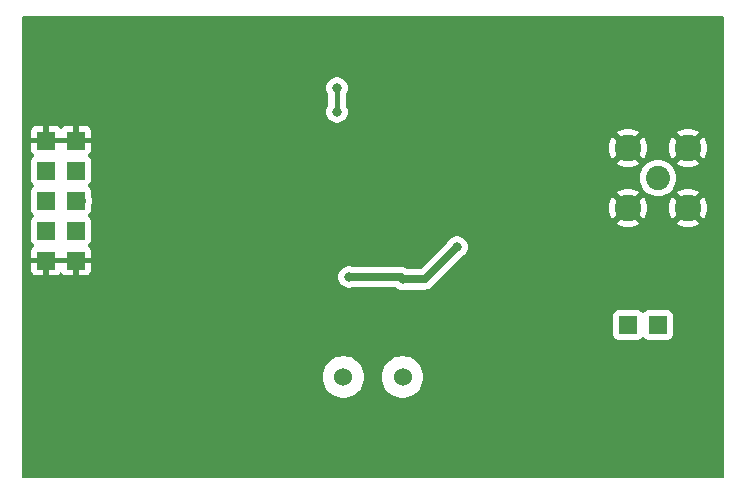
<source format=gbr>
%TF.GenerationSoftware,KiCad,Pcbnew,7.0.7-7.0.7~ubuntu23.04.1*%
%TF.CreationDate,2023-10-02T10:08:17+00:00*%
%TF.ProjectId,PIND02,50494e44-3032-42e6-9b69-6361645f7063,rev?*%
%TF.SameCoordinates,Original*%
%TF.FileFunction,Copper,L1,Top*%
%TF.FilePolarity,Positive*%
%FSLAX46Y46*%
G04 Gerber Fmt 4.6, Leading zero omitted, Abs format (unit mm)*
G04 Created by KiCad (PCBNEW 7.0.7-7.0.7~ubuntu23.04.1) date 2023-10-02 10:08:17*
%MOMM*%
%LPD*%
G01*
G04 APERTURE LIST*
%TA.AperFunction,ComponentPad*%
%ADD10R,1.524000X1.524000*%
%TD*%
%TA.AperFunction,ComponentPad*%
%ADD11C,6.000000*%
%TD*%
%TA.AperFunction,ComponentPad*%
%ADD12C,2.050000*%
%TD*%
%TA.AperFunction,ComponentPad*%
%ADD13C,2.250000*%
%TD*%
%TA.AperFunction,ComponentPad*%
%ADD14C,1.524000*%
%TD*%
%TA.AperFunction,ViaPad*%
%ADD15C,0.800000*%
%TD*%
%TA.AperFunction,Conductor*%
%ADD16C,0.700000*%
%TD*%
%TA.AperFunction,Conductor*%
%ADD17C,0.450000*%
%TD*%
G04 APERTURE END LIST*
D10*
%TO.P,J2,1*%
%TO.N,GND*%
X7874000Y34417000D03*
%TO.P,J2,2*%
X10414000Y34417000D03*
%TO.P,J2,3*%
%TO.N,Net-(U3-SDA)*%
X7874000Y31877000D03*
%TO.P,J2,4*%
X10414000Y31877000D03*
%TO.P,J2,5*%
%TO.N,VDD*%
X7874000Y29337000D03*
%TO.P,J2,6*%
X10414000Y29337000D03*
%TO.P,J2,7*%
%TO.N,Net-(U3-SCL)*%
X7874000Y26797000D03*
%TO.P,J2,8*%
X10414000Y26797000D03*
%TO.P,J2,9*%
%TO.N,GND*%
X7874000Y24257000D03*
%TO.P,J2,10*%
X10414000Y24257000D03*
%TD*%
D11*
%TO.P,M2,1*%
%TO.N,GND*%
X60960000Y40640000D03*
%TD*%
D10*
%TO.P,J3,1*%
%TO.N,VDD*%
X57150000Y18796000D03*
%TO.P,J3,2*%
%TO.N,Net-(J3-Pad2)*%
X59690000Y18796000D03*
%TD*%
D11*
%TO.P,M4,1*%
%TO.N,GND*%
X60960000Y10160000D03*
%TD*%
D12*
%TO.P,J1,1,In*%
%TO.N,Net-(J1-In)*%
X59690000Y31242000D03*
D13*
%TO.P,J1,2,Ext*%
%TO.N,GND*%
X62230000Y28702000D03*
X62230000Y33782000D03*
X57150000Y28702000D03*
X57150000Y33782000D03*
%TD*%
D11*
%TO.P,M3,1*%
%TO.N,GND*%
X10160000Y10160000D03*
%TD*%
%TO.P,M1,1*%
%TO.N,GND*%
X10160000Y40640000D03*
%TD*%
D14*
%TO.P,D2,1,K*%
%TO.N,/K*%
X33060000Y14400000D03*
%TO.P,D2,2,A*%
%TO.N,/A*%
X38060000Y14400000D03*
%TD*%
D15*
%TO.N,GND*%
X38862000Y42418000D03*
X32766000Y43687998D03*
X55118000Y24384000D03*
X41021000Y38100000D03*
X55118000Y36830000D03*
X30861000Y44450000D03*
X12573000Y36322000D03*
X36830000Y36068000D03*
X18034000Y35052000D03*
X17780000Y39624000D03*
X34798000Y38354000D03*
X35560000Y8636000D03*
%TO.N,Net-(JP1-C)*%
X32512000Y38862000D03*
X32512000Y36830000D03*
%TO.N,GNDA*%
X38100000Y22655000D03*
X42671988Y25400000D03*
X33528000Y22860000D03*
%TD*%
D16*
%TO.N,VDD*%
X10898000Y29337000D02*
X10414000Y29337000D01*
D17*
%TO.N,Net-(JP1-C)*%
X32512000Y38862000D02*
X32512000Y36830000D01*
D16*
%TO.N,GNDA*%
X38100000Y22655000D02*
X39927000Y22655000D01*
X37895000Y22860000D02*
X38100000Y22655000D01*
X33528000Y22860000D02*
X37895000Y22860000D01*
X39927000Y22655000D02*
X42671988Y25399988D01*
X42671988Y25399988D02*
X42671988Y25400000D01*
%TD*%
%TA.AperFunction,Conductor*%
%TO.N,GND*%
G36*
X9926678Y24487315D02*
G01*
X9972433Y24434511D01*
X9982377Y24365353D01*
X9980532Y24355422D01*
X9965736Y24290593D01*
X9965735Y24290592D01*
X9976443Y24147705D01*
X9974703Y24147575D01*
X9971106Y24088855D01*
X9929808Y24032497D01*
X9864597Y24007413D01*
X9854488Y24007000D01*
X8428361Y24007000D01*
X8361322Y24026685D01*
X8315567Y24079489D01*
X8305623Y24148647D01*
X8307467Y24158579D01*
X8322264Y24223407D01*
X8322264Y24223410D01*
X8311557Y24366295D01*
X8313296Y24366426D01*
X8316894Y24425145D01*
X8358192Y24481503D01*
X8423403Y24506587D01*
X8433512Y24507000D01*
X9859639Y24507000D01*
X9926678Y24487315D01*
G37*
%TD.AperFunction*%
%TA.AperFunction,Conductor*%
G36*
X9926678Y34647315D02*
G01*
X9972433Y34594511D01*
X9982377Y34525353D01*
X9980532Y34515422D01*
X9969548Y34467293D01*
X9965736Y34450593D01*
X9965735Y34450592D01*
X9976443Y34307705D01*
X9974703Y34307575D01*
X9971106Y34248855D01*
X9929808Y34192497D01*
X9864597Y34167413D01*
X9854488Y34167000D01*
X8428361Y34167000D01*
X8361322Y34186685D01*
X8315567Y34239489D01*
X8305623Y34308647D01*
X8307467Y34318579D01*
X8322264Y34383407D01*
X8320816Y34402735D01*
X8311557Y34526295D01*
X8313296Y34526426D01*
X8316894Y34585145D01*
X8358192Y34641503D01*
X8423403Y34666587D01*
X8433512Y34667000D01*
X9859639Y34667000D01*
X9926678Y34647315D01*
G37*
%TD.AperFunction*%
%TA.AperFunction,Conductor*%
G36*
X65228539Y44945815D02*
G01*
X65274294Y44893011D01*
X65285500Y44841500D01*
X65285500Y5958500D01*
X65265815Y5891461D01*
X65213011Y5845706D01*
X65161500Y5834500D01*
X5958500Y5834500D01*
X5891461Y5854185D01*
X5845706Y5906989D01*
X5834500Y5958500D01*
X5834500Y14399996D01*
X31292558Y14399996D01*
X31312298Y14136578D01*
X31312298Y14136576D01*
X31371077Y13879047D01*
X31371080Y13879037D01*
X31467590Y13633136D01*
X31599671Y13404364D01*
X31732699Y13237551D01*
X31764376Y13197830D01*
X31947176Y13028218D01*
X31958018Y13018158D01*
X32176279Y12869350D01*
X32176284Y12869348D01*
X32176285Y12869347D01*
X32176286Y12869346D01*
X32302688Y12808475D01*
X32414277Y12754737D01*
X32414278Y12754737D01*
X32414281Y12754735D01*
X32666707Y12676871D01*
X32666708Y12676871D01*
X32666711Y12676870D01*
X32927911Y12637501D01*
X32927916Y12637501D01*
X32927919Y12637500D01*
X32927920Y12637500D01*
X33192080Y12637500D01*
X33192081Y12637500D01*
X33192088Y12637501D01*
X33453288Y12676870D01*
X33453289Y12676871D01*
X33453293Y12676871D01*
X33705719Y12754735D01*
X33943721Y12869350D01*
X34161982Y13018158D01*
X34355627Y13197834D01*
X34520329Y13404364D01*
X34652410Y13633136D01*
X34748920Y13879037D01*
X34807701Y14136576D01*
X34827442Y14399996D01*
X36292558Y14399996D01*
X36312298Y14136578D01*
X36312298Y14136576D01*
X36371077Y13879047D01*
X36371080Y13879037D01*
X36467590Y13633136D01*
X36599671Y13404364D01*
X36732699Y13237551D01*
X36764376Y13197830D01*
X36947176Y13028218D01*
X36958018Y13018158D01*
X37176279Y12869350D01*
X37176284Y12869348D01*
X37176285Y12869347D01*
X37176286Y12869346D01*
X37302688Y12808475D01*
X37414277Y12754737D01*
X37414278Y12754737D01*
X37414281Y12754735D01*
X37666707Y12676871D01*
X37666708Y12676871D01*
X37666711Y12676870D01*
X37927911Y12637501D01*
X37927916Y12637501D01*
X37927919Y12637500D01*
X37927920Y12637500D01*
X38192080Y12637500D01*
X38192081Y12637500D01*
X38192088Y12637501D01*
X38453288Y12676870D01*
X38453289Y12676871D01*
X38453293Y12676871D01*
X38705719Y12754735D01*
X38943721Y12869350D01*
X39161982Y13018158D01*
X39355627Y13197834D01*
X39520329Y13404364D01*
X39652410Y13633136D01*
X39748920Y13879037D01*
X39807701Y14136576D01*
X39827442Y14400000D01*
X39807701Y14663424D01*
X39748920Y14920963D01*
X39652410Y15166864D01*
X39520329Y15395636D01*
X39355627Y15602166D01*
X39355626Y15602167D01*
X39355623Y15602171D01*
X39161982Y15781842D01*
X39161981Y15781842D01*
X38943721Y15930650D01*
X38943717Y15930652D01*
X38943714Y15930654D01*
X38943713Y15930655D01*
X38705721Y16045264D01*
X38705723Y16045264D01*
X38453294Y16123129D01*
X38453288Y16123131D01*
X38192088Y16162500D01*
X38192081Y16162500D01*
X37927919Y16162500D01*
X37927911Y16162500D01*
X37666711Y16123131D01*
X37666705Y16123129D01*
X37414277Y16045264D01*
X37176286Y15930655D01*
X37176285Y15930654D01*
X36958017Y15781842D01*
X36764376Y15602171D01*
X36599671Y15395636D01*
X36467591Y15166867D01*
X36467589Y15166863D01*
X36371080Y14920964D01*
X36371077Y14920954D01*
X36312298Y14663425D01*
X36312298Y14663423D01*
X36292558Y14400005D01*
X36292558Y14399996D01*
X34827442Y14399996D01*
X34827442Y14400000D01*
X34807701Y14663424D01*
X34748920Y14920963D01*
X34652410Y15166864D01*
X34520329Y15395636D01*
X34355627Y15602166D01*
X34355626Y15602167D01*
X34355623Y15602171D01*
X34161982Y15781842D01*
X34161981Y15781842D01*
X33943721Y15930650D01*
X33943717Y15930652D01*
X33943714Y15930654D01*
X33943713Y15930655D01*
X33705721Y16045264D01*
X33705723Y16045264D01*
X33453294Y16123129D01*
X33453288Y16123131D01*
X33192088Y16162500D01*
X33192081Y16162500D01*
X32927919Y16162500D01*
X32927911Y16162500D01*
X32666711Y16123131D01*
X32666705Y16123129D01*
X32414277Y16045264D01*
X32176286Y15930655D01*
X32176285Y15930654D01*
X31958017Y15781842D01*
X31764376Y15602171D01*
X31599671Y15395636D01*
X31467591Y15166867D01*
X31467589Y15166863D01*
X31371080Y14920964D01*
X31371077Y14920954D01*
X31312298Y14663425D01*
X31312298Y14663423D01*
X31292558Y14400005D01*
X31292558Y14399996D01*
X5834500Y14399996D01*
X5834500Y17985346D01*
X55879500Y17985346D01*
X55886011Y17924798D01*
X55886011Y17924796D01*
X55937110Y17787796D01*
X55937111Y17787796D01*
X56024739Y17670739D01*
X56141796Y17583111D01*
X56278799Y17532011D01*
X56306050Y17529082D01*
X56339345Y17525501D01*
X56339362Y17525500D01*
X57960638Y17525500D01*
X57960654Y17525501D01*
X57987692Y17528409D01*
X58021201Y17532011D01*
X58158204Y17583111D01*
X58275261Y17670739D01*
X58320734Y17731484D01*
X58376667Y17773354D01*
X58446359Y17778338D01*
X58507682Y17744853D01*
X58519263Y17731488D01*
X58564739Y17670739D01*
X58681796Y17583111D01*
X58818799Y17532011D01*
X58846050Y17529082D01*
X58879345Y17525501D01*
X58879362Y17525500D01*
X60500638Y17525500D01*
X60500654Y17525501D01*
X60527692Y17528409D01*
X60561201Y17532011D01*
X60698204Y17583111D01*
X60815261Y17670739D01*
X60902889Y17787796D01*
X60953989Y17924799D01*
X60957591Y17958308D01*
X60960499Y17985346D01*
X60960500Y17985363D01*
X60960500Y19606638D01*
X60960499Y19606655D01*
X60957157Y19637730D01*
X60953989Y19667201D01*
X60902889Y19804204D01*
X60815261Y19921261D01*
X60698204Y20008889D01*
X60698203Y20008890D01*
X60561203Y20059989D01*
X60500654Y20066500D01*
X60500638Y20066500D01*
X58879362Y20066500D01*
X58879345Y20066500D01*
X58818797Y20059989D01*
X58818795Y20059989D01*
X58681795Y20008889D01*
X58564736Y19921259D01*
X58519266Y19860518D01*
X58463332Y19818647D01*
X58393641Y19813663D01*
X58332318Y19847149D01*
X58320734Y19860518D01*
X58275263Y19921259D01*
X58275261Y19921260D01*
X58275261Y19921261D01*
X58158204Y20008889D01*
X58158203Y20008890D01*
X58021203Y20059989D01*
X57960654Y20066500D01*
X57960638Y20066500D01*
X56339362Y20066500D01*
X56339345Y20066500D01*
X56278797Y20059989D01*
X56278795Y20059989D01*
X56141795Y20008889D01*
X56024739Y19921261D01*
X55937111Y19804205D01*
X55886011Y19667205D01*
X55886011Y19667203D01*
X55879500Y19606655D01*
X55879500Y17985346D01*
X5834500Y17985346D01*
X5834500Y22860000D01*
X32614496Y22860000D01*
X32634458Y22670072D01*
X32634459Y22670069D01*
X32693470Y22488451D01*
X32693473Y22488444D01*
X32788960Y22323056D01*
X32916747Y22181134D01*
X33071248Y22068882D01*
X33245712Y21991206D01*
X33432513Y21951500D01*
X33623487Y21951500D01*
X33810288Y21991206D01*
X33810293Y21991209D01*
X33816468Y21993214D01*
X33816746Y21992358D01*
X33859766Y22001500D01*
X37413544Y22001500D01*
X37480583Y21981815D01*
X37486430Y21977818D01*
X37488745Y21976136D01*
X37488747Y21976134D01*
X37643248Y21863882D01*
X37817712Y21786206D01*
X38004513Y21746500D01*
X38195487Y21746500D01*
X38382288Y21786206D01*
X38382293Y21786209D01*
X38388468Y21788214D01*
X38388746Y21787358D01*
X38431766Y21796500D01*
X39889590Y21796500D01*
X39894624Y21796295D01*
X39917094Y21794466D01*
X39950385Y21791755D01*
X40031379Y21802791D01*
X40112640Y21811628D01*
X40112645Y21811630D01*
X40113062Y21811722D01*
X40134958Y21816852D01*
X40135399Y21816963D01*
X40135410Y21816964D01*
X40212129Y21845150D01*
X40289600Y21871252D01*
X40289604Y21871255D01*
X40289945Y21871412D01*
X40310333Y21881183D01*
X40310682Y21881357D01*
X40310690Y21881359D01*
X40379560Y21925380D01*
X40449605Y21967524D01*
X40449607Y21967527D01*
X40449942Y21967781D01*
X40467781Y21981728D01*
X40468028Y21981926D01*
X40468028Y21981927D01*
X40468031Y21981928D01*
X40525853Y22039751D01*
X40585174Y22095942D01*
X40585174Y22095943D01*
X40585177Y22095945D01*
X40585385Y22096191D01*
X40600098Y22113997D01*
X43051644Y24565544D01*
X43088886Y24591139D01*
X43128740Y24608882D01*
X43283241Y24721134D01*
X43411028Y24863056D01*
X43506515Y25028444D01*
X43565530Y25210072D01*
X43585492Y25400000D01*
X43565530Y25589928D01*
X43506515Y25771556D01*
X43411028Y25936944D01*
X43283241Y26078866D01*
X43128740Y26191118D01*
X42954276Y26268794D01*
X42954274Y26268795D01*
X42767475Y26308500D01*
X42576501Y26308500D01*
X42389702Y26268795D01*
X42215234Y26191117D01*
X42060733Y26078865D01*
X41932946Y25936943D01*
X41932944Y25936940D01*
X41856557Y25804636D01*
X41836852Y25778956D01*
X39607717Y23549819D01*
X39546394Y23516334D01*
X39520036Y23513500D01*
X38495956Y23513500D01*
X38428917Y23533185D01*
X38418274Y23540850D01*
X38360087Y23587621D01*
X38360086Y23587622D01*
X38359850Y23587773D01*
X38340445Y23599810D01*
X38340213Y23599949D01*
X38266021Y23634275D01*
X38228798Y23652735D01*
X38192797Y23670590D01*
X38192795Y23670591D01*
X38192792Y23670592D01*
X38192525Y23670690D01*
X38170989Y23678273D01*
X38170734Y23678359D01*
X38090893Y23695932D01*
X38011575Y23715658D01*
X38011387Y23715683D01*
X37988519Y23718484D01*
X37988370Y23718500D01*
X37988367Y23718500D01*
X37906602Y23718500D01*
X37904041Y23718570D01*
X37824908Y23720714D01*
X37824611Y23720689D01*
X37801593Y23718500D01*
X33859766Y23718500D01*
X33816746Y23727643D01*
X33816468Y23726786D01*
X33810286Y23728795D01*
X33623487Y23768500D01*
X33432513Y23768500D01*
X33245714Y23728795D01*
X33071246Y23651117D01*
X32916745Y23538865D01*
X32788959Y23396943D01*
X32693473Y23231557D01*
X32693470Y23231550D01*
X32635016Y23051646D01*
X32634458Y23049928D01*
X32614496Y22860000D01*
X5834500Y22860000D01*
X5834500Y25986346D01*
X6603500Y25986346D01*
X6610011Y25925798D01*
X6610011Y25925796D01*
X6655203Y25804636D01*
X6661111Y25788796D01*
X6748739Y25671739D01*
X6816575Y25620958D01*
X6858445Y25565025D01*
X6863429Y25495334D01*
X6829944Y25434011D01*
X6816575Y25422426D01*
X6754809Y25376188D01*
X6668649Y25261094D01*
X6668645Y25261087D01*
X6618403Y25126380D01*
X6618401Y25126373D01*
X6612000Y25066845D01*
X6612000Y24507000D01*
X7319639Y24507000D01*
X7386678Y24487315D01*
X7432433Y24434511D01*
X7442377Y24365353D01*
X7440532Y24355422D01*
X7425736Y24290593D01*
X7425735Y24290592D01*
X7436443Y24147705D01*
X7434703Y24147575D01*
X7431106Y24088855D01*
X7389808Y24032497D01*
X7324597Y24007413D01*
X7314488Y24007000D01*
X6612000Y24007000D01*
X6612000Y23447156D01*
X6618401Y23387628D01*
X6618403Y23387621D01*
X6668645Y23252914D01*
X6668649Y23252907D01*
X6754809Y23137813D01*
X6754812Y23137810D01*
X6869906Y23051650D01*
X6869913Y23051646D01*
X7004620Y23001404D01*
X7004627Y23001402D01*
X7064155Y22995001D01*
X7064172Y22995000D01*
X7623999Y22995000D01*
X7624000Y23700935D01*
X7643685Y23767974D01*
X7696489Y23813729D01*
X7765647Y23823673D01*
X7784542Y23819428D01*
X7807002Y23812500D01*
X7807004Y23812500D01*
X7907311Y23812500D01*
X7907312Y23812500D01*
X7981518Y23823685D01*
X8050742Y23814212D01*
X8103857Y23768818D01*
X8123997Y23701914D01*
X8124000Y23701070D01*
X8124000Y22995000D01*
X8683828Y22995000D01*
X8683844Y22995001D01*
X8743372Y23001402D01*
X8743379Y23001404D01*
X8878086Y23051646D01*
X8878093Y23051650D01*
X8993186Y23137809D01*
X9044733Y23206666D01*
X9100667Y23248537D01*
X9170359Y23253521D01*
X9231682Y23220036D01*
X9243267Y23206666D01*
X9294813Y23137809D01*
X9409906Y23051650D01*
X9409913Y23051646D01*
X9544620Y23001404D01*
X9544627Y23001402D01*
X9604155Y22995001D01*
X9604172Y22995000D01*
X10163999Y22995000D01*
X10164000Y23700935D01*
X10183685Y23767974D01*
X10236489Y23813729D01*
X10305647Y23823673D01*
X10324542Y23819428D01*
X10347002Y23812500D01*
X10347004Y23812500D01*
X10447311Y23812500D01*
X10447312Y23812500D01*
X10521518Y23823685D01*
X10590742Y23814212D01*
X10643857Y23768818D01*
X10663997Y23701914D01*
X10664000Y23701070D01*
X10663999Y22995000D01*
X11223828Y22995000D01*
X11223844Y22995001D01*
X11283372Y23001402D01*
X11283379Y23001404D01*
X11418086Y23051646D01*
X11418093Y23051650D01*
X11533187Y23137810D01*
X11533190Y23137813D01*
X11619350Y23252907D01*
X11619354Y23252914D01*
X11669596Y23387621D01*
X11669598Y23387628D01*
X11675999Y23447156D01*
X11676000Y23447173D01*
X11676000Y24007000D01*
X10968361Y24007000D01*
X10901322Y24026685D01*
X10855567Y24079489D01*
X10845623Y24148647D01*
X10847467Y24158579D01*
X10862264Y24223407D01*
X10862264Y24223410D01*
X10851557Y24366295D01*
X10853296Y24366426D01*
X10856894Y24425145D01*
X10898192Y24481503D01*
X10963403Y24506587D01*
X10973512Y24507000D01*
X11676000Y24507000D01*
X11676000Y25066828D01*
X11675999Y25066845D01*
X11669598Y25126373D01*
X11669596Y25126380D01*
X11619354Y25261087D01*
X11619350Y25261094D01*
X11533190Y25376187D01*
X11471425Y25422425D01*
X11429554Y25478359D01*
X11424570Y25548051D01*
X11458055Y25609374D01*
X11471410Y25620947D01*
X11539261Y25671739D01*
X11626889Y25788796D01*
X11677989Y25925799D01*
X11681591Y25959308D01*
X11684499Y25986346D01*
X11684500Y25986363D01*
X11684500Y27607638D01*
X11684499Y27607655D01*
X11681157Y27638730D01*
X11677989Y27668201D01*
X11626889Y27805204D01*
X11539261Y27922261D01*
X11539257Y27922264D01*
X11478516Y27967735D01*
X11436646Y28023669D01*
X11431662Y28093361D01*
X11465148Y28154683D01*
X11478503Y28166257D01*
X11539261Y28211739D01*
X11626889Y28328796D01*
X11677989Y28465799D01*
X11681591Y28499308D01*
X11684499Y28526346D01*
X11684500Y28526363D01*
X11684500Y28702000D01*
X55519975Y28702000D01*
X55540042Y28447011D01*
X55599752Y28198298D01*
X55697634Y27961988D01*
X55697636Y27961985D01*
X55831275Y27743905D01*
X55831286Y27743890D01*
X55834533Y27740089D01*
X55834535Y27740089D01*
X56289476Y28195030D01*
X56350799Y28228515D01*
X56420490Y28223531D01*
X56471665Y28187625D01*
X56551736Y28093359D01*
X56562009Y28081265D01*
X56631191Y28028674D01*
X56672647Y27972436D01*
X56677118Y27902709D01*
X56643830Y27842279D01*
X56188087Y27386536D01*
X56188087Y27386535D01*
X56191888Y27383288D01*
X56191898Y27383281D01*
X56409984Y27249637D01*
X56409987Y27249635D01*
X56646297Y27151753D01*
X56895011Y27092043D01*
X56895010Y27092043D01*
X57150000Y27071976D01*
X57404989Y27092043D01*
X57653702Y27151753D01*
X57890012Y27249635D01*
X57890015Y27249637D01*
X58108103Y27383281D01*
X58111912Y27386536D01*
X57659746Y27838701D01*
X57626261Y27900024D01*
X57631245Y27969715D01*
X57664586Y28014558D01*
X57662550Y28016708D01*
X57667429Y28021331D01*
X57667431Y28021331D01*
X57801658Y28148477D01*
X57820652Y28176493D01*
X57874563Y28220932D01*
X57943945Y28229172D01*
X58006768Y28198592D01*
X58010966Y28194586D01*
X58465464Y27740088D01*
X58468719Y27743897D01*
X58602363Y27961985D01*
X58602365Y27961988D01*
X58700247Y28198298D01*
X58759957Y28447011D01*
X58780024Y28702000D01*
X60599975Y28702000D01*
X60620042Y28447011D01*
X60679752Y28198298D01*
X60777634Y27961988D01*
X60777636Y27961985D01*
X60911275Y27743905D01*
X60911286Y27743890D01*
X60914533Y27740089D01*
X60914535Y27740089D01*
X61369476Y28195030D01*
X61430799Y28228515D01*
X61500490Y28223531D01*
X61551665Y28187625D01*
X61631736Y28093359D01*
X61642009Y28081265D01*
X61711191Y28028674D01*
X61752647Y27972436D01*
X61757118Y27902709D01*
X61723830Y27842279D01*
X61268087Y27386536D01*
X61268087Y27386535D01*
X61271888Y27383288D01*
X61271898Y27383281D01*
X61489984Y27249637D01*
X61489987Y27249635D01*
X61726297Y27151753D01*
X61975011Y27092043D01*
X61975010Y27092043D01*
X62230000Y27071976D01*
X62484989Y27092043D01*
X62733702Y27151753D01*
X62970012Y27249635D01*
X62970015Y27249637D01*
X63188103Y27383281D01*
X63191912Y27386536D01*
X62739746Y27838701D01*
X62706261Y27900024D01*
X62711245Y27969715D01*
X62744586Y28014558D01*
X62742550Y28016708D01*
X62747429Y28021331D01*
X62747431Y28021331D01*
X62881658Y28148477D01*
X62900652Y28176493D01*
X62954563Y28220932D01*
X63023945Y28229172D01*
X63086768Y28198592D01*
X63090966Y28194586D01*
X63545464Y27740088D01*
X63548719Y27743897D01*
X63682363Y27961985D01*
X63682365Y27961988D01*
X63780247Y28198298D01*
X63839957Y28447011D01*
X63860024Y28702000D01*
X63839957Y28956990D01*
X63780247Y29205703D01*
X63682365Y29442013D01*
X63682363Y29442016D01*
X63548719Y29660102D01*
X63548712Y29660112D01*
X63545465Y29663913D01*
X63545464Y29663913D01*
X63090523Y29208972D01*
X63029200Y29175487D01*
X62959508Y29180471D01*
X62908334Y29216376D01*
X62817991Y29322735D01*
X62817991Y29322736D01*
X62748806Y29375328D01*
X62707351Y29431568D01*
X62702882Y29501294D01*
X62736169Y29561723D01*
X63191911Y30017465D01*
X63191911Y30017467D01*
X63188110Y30020714D01*
X63188095Y30020725D01*
X62970015Y30154364D01*
X62970012Y30154366D01*
X62733702Y30252248D01*
X62484988Y30311958D01*
X62484989Y30311958D01*
X62230000Y30332025D01*
X61975010Y30311958D01*
X61726297Y30252248D01*
X61489987Y30154366D01*
X61489984Y30154364D01*
X61271897Y30020720D01*
X61268087Y30017466D01*
X61720253Y29565300D01*
X61753738Y29503977D01*
X61748754Y29434285D01*
X61715467Y29389386D01*
X61717450Y29387293D01*
X61578342Y29255524D01*
X61559347Y29227507D01*
X61505433Y29183067D01*
X61436050Y29174829D01*
X61373228Y29205410D01*
X61369033Y29209414D01*
X60914534Y29663913D01*
X60911280Y29660103D01*
X60777636Y29442016D01*
X60777634Y29442013D01*
X60679752Y29205703D01*
X60620042Y28956990D01*
X60599975Y28702000D01*
X58780024Y28702000D01*
X58759957Y28956990D01*
X58700247Y29205703D01*
X58602365Y29442013D01*
X58602363Y29442016D01*
X58468719Y29660102D01*
X58468712Y29660112D01*
X58465465Y29663913D01*
X58465464Y29663913D01*
X58010523Y29208972D01*
X57949200Y29175487D01*
X57879508Y29180471D01*
X57828334Y29216376D01*
X57737991Y29322735D01*
X57737991Y29322736D01*
X57668806Y29375328D01*
X57627351Y29431568D01*
X57622882Y29501294D01*
X57656169Y29561723D01*
X58111911Y30017465D01*
X58111911Y30017467D01*
X58108110Y30020714D01*
X58108095Y30020725D01*
X57890015Y30154364D01*
X57890012Y30154366D01*
X57653702Y30252248D01*
X57404988Y30311958D01*
X57404989Y30311958D01*
X57150000Y30332025D01*
X56895010Y30311958D01*
X56646297Y30252248D01*
X56409987Y30154366D01*
X56409984Y30154364D01*
X56191897Y30020720D01*
X56188087Y30017466D01*
X56640253Y29565300D01*
X56673738Y29503977D01*
X56668754Y29434285D01*
X56635467Y29389386D01*
X56637450Y29387293D01*
X56498342Y29255524D01*
X56479347Y29227507D01*
X56425433Y29183067D01*
X56356050Y29174829D01*
X56293228Y29205410D01*
X56289033Y29209414D01*
X55834534Y29663913D01*
X55831280Y29660103D01*
X55697636Y29442016D01*
X55697634Y29442013D01*
X55599752Y29205703D01*
X55540042Y28956990D01*
X55519975Y28702000D01*
X11684500Y28702000D01*
X11684500Y28967771D01*
X11693307Y29013668D01*
X11730085Y29105973D01*
X11741482Y29175487D01*
X11760296Y29290248D01*
X11750186Y29476710D01*
X11750185Y29476712D01*
X11700230Y29656634D01*
X11700226Y29656643D01*
X11698943Y29659064D01*
X11698413Y29661194D01*
X11697741Y29662881D01*
X11697971Y29662973D01*
X11684500Y29717143D01*
X11684500Y30147638D01*
X11684499Y30147655D01*
X11681157Y30178730D01*
X11677989Y30208201D01*
X11626889Y30345204D01*
X11539261Y30462261D01*
X11539257Y30462264D01*
X11478516Y30507735D01*
X11436646Y30563669D01*
X11431662Y30633361D01*
X11465148Y30694683D01*
X11478503Y30706257D01*
X11539261Y30751739D01*
X11626889Y30868796D01*
X11677989Y31005799D01*
X11681591Y31039308D01*
X11684499Y31066346D01*
X11684500Y31066363D01*
X11684500Y31242000D01*
X58151758Y31242000D01*
X58170695Y31001369D01*
X58227044Y30766657D01*
X58319415Y30543653D01*
X58445532Y30337850D01*
X58445533Y30337848D01*
X58445534Y30337846D01*
X58445536Y30337844D01*
X58602299Y30154299D01*
X58785844Y29997536D01*
X58785846Y29997535D01*
X58785847Y29997534D01*
X58785849Y29997533D01*
X58991652Y29871416D01*
X59214656Y29779045D01*
X59273334Y29764958D01*
X59449366Y29722696D01*
X59690000Y29703758D01*
X59930634Y29722696D01*
X60165343Y29779045D01*
X60388347Y29871416D01*
X60594156Y29997536D01*
X60777701Y30154299D01*
X60934464Y30337844D01*
X61060584Y30543653D01*
X61152955Y30766657D01*
X61209304Y31001366D01*
X61228242Y31242000D01*
X61209304Y31482634D01*
X61152955Y31717343D01*
X61060584Y31940347D01*
X61060584Y31940348D01*
X60934467Y32146151D01*
X60934466Y32146153D01*
X60934465Y32146154D01*
X60934464Y32146156D01*
X60777701Y32329701D01*
X60594156Y32486464D01*
X60594154Y32486466D01*
X60594152Y32486467D01*
X60594150Y32486468D01*
X60388347Y32612585D01*
X60165343Y32704956D01*
X59930630Y32761305D01*
X59930631Y32761305D01*
X59712474Y32778474D01*
X59690000Y32780242D01*
X59689999Y32780242D01*
X59449368Y32761305D01*
X59214656Y32704956D01*
X58991652Y32612585D01*
X58785849Y32486468D01*
X58785847Y32486467D01*
X58602299Y32329701D01*
X58445533Y32146153D01*
X58445532Y32146151D01*
X58319415Y31940348D01*
X58227044Y31717344D01*
X58170695Y31482632D01*
X58151758Y31242000D01*
X11684500Y31242000D01*
X11684500Y32687638D01*
X11684499Y32687655D01*
X11681157Y32718730D01*
X11677989Y32748201D01*
X11673101Y32761305D01*
X11649758Y32823890D01*
X11626889Y32885204D01*
X11539261Y33002261D01*
X11471424Y33053044D01*
X11429554Y33108976D01*
X11424570Y33178667D01*
X11458055Y33239991D01*
X11471426Y33251576D01*
X11533189Y33297812D01*
X11533190Y33297813D01*
X11619350Y33412907D01*
X11619354Y33412914D01*
X11669596Y33547621D01*
X11669598Y33547628D01*
X11675999Y33607156D01*
X11676000Y33607173D01*
X11676000Y33782000D01*
X55519975Y33782000D01*
X55540042Y33527011D01*
X55599752Y33278298D01*
X55697634Y33041988D01*
X55697636Y33041985D01*
X55831275Y32823905D01*
X55831286Y32823890D01*
X55834533Y32820089D01*
X55834535Y32820089D01*
X56289476Y33275030D01*
X56350799Y33308515D01*
X56420490Y33303531D01*
X56471665Y33267625D01*
X56562008Y33161266D01*
X56562009Y33161265D01*
X56631191Y33108674D01*
X56672647Y33052436D01*
X56677118Y32982709D01*
X56643830Y32922279D01*
X56188087Y32466536D01*
X56188087Y32466535D01*
X56191888Y32463288D01*
X56191898Y32463281D01*
X56409984Y32329637D01*
X56409987Y32329635D01*
X56646297Y32231753D01*
X56895011Y32172043D01*
X56895010Y32172043D01*
X57150000Y32151976D01*
X57404989Y32172043D01*
X57653702Y32231753D01*
X57890012Y32329635D01*
X57890015Y32329637D01*
X58108103Y32463281D01*
X58111912Y32466536D01*
X57659746Y32918701D01*
X57626261Y32980024D01*
X57631245Y33049715D01*
X57664586Y33094558D01*
X57662550Y33096708D01*
X57667429Y33101331D01*
X57667431Y33101331D01*
X57801658Y33228477D01*
X57820652Y33256493D01*
X57874563Y33300932D01*
X57943945Y33309172D01*
X58006768Y33278592D01*
X58010966Y33274586D01*
X58465464Y32820088D01*
X58468719Y32823897D01*
X58602363Y33041985D01*
X58602365Y33041988D01*
X58700247Y33278298D01*
X58759957Y33527011D01*
X58780024Y33782000D01*
X60599975Y33782000D01*
X60620042Y33527011D01*
X60679752Y33278298D01*
X60777634Y33041988D01*
X60777636Y33041985D01*
X60911275Y32823905D01*
X60911286Y32823890D01*
X60914533Y32820089D01*
X60914535Y32820089D01*
X61369476Y33275030D01*
X61430799Y33308515D01*
X61500490Y33303531D01*
X61551665Y33267625D01*
X61642008Y33161266D01*
X61642009Y33161265D01*
X61711191Y33108674D01*
X61752647Y33052436D01*
X61757118Y32982709D01*
X61723830Y32922279D01*
X61268087Y32466536D01*
X61268087Y32466535D01*
X61271888Y32463288D01*
X61271898Y32463281D01*
X61489984Y32329637D01*
X61489987Y32329635D01*
X61726297Y32231753D01*
X61975011Y32172043D01*
X61975010Y32172043D01*
X62230000Y32151976D01*
X62484989Y32172043D01*
X62733702Y32231753D01*
X62970012Y32329635D01*
X62970015Y32329637D01*
X63188103Y32463281D01*
X63191912Y32466536D01*
X62739746Y32918701D01*
X62706261Y32980024D01*
X62711245Y33049715D01*
X62744586Y33094558D01*
X62742550Y33096708D01*
X62747429Y33101331D01*
X62747431Y33101331D01*
X62881658Y33228477D01*
X62900652Y33256493D01*
X62954563Y33300932D01*
X63023945Y33309172D01*
X63086768Y33278592D01*
X63090966Y33274586D01*
X63545464Y32820088D01*
X63548719Y32823897D01*
X63682363Y33041985D01*
X63682365Y33041988D01*
X63780247Y33278298D01*
X63839957Y33527011D01*
X63860024Y33782000D01*
X63839957Y34036990D01*
X63780247Y34285703D01*
X63682365Y34522013D01*
X63682363Y34522016D01*
X63548719Y34740102D01*
X63548712Y34740112D01*
X63545465Y34743913D01*
X63545464Y34743913D01*
X63090523Y34288972D01*
X63029200Y34255487D01*
X62959508Y34260471D01*
X62908334Y34296376D01*
X62817991Y34402735D01*
X62755036Y34450592D01*
X62748806Y34455328D01*
X62707351Y34511568D01*
X62702882Y34581294D01*
X62736169Y34641723D01*
X63191911Y35097465D01*
X63191911Y35097467D01*
X63188110Y35100714D01*
X63188095Y35100725D01*
X62970015Y35234364D01*
X62970012Y35234366D01*
X62733702Y35332248D01*
X62484988Y35391958D01*
X62484989Y35391958D01*
X62230000Y35412025D01*
X61975010Y35391958D01*
X61726297Y35332248D01*
X61489987Y35234366D01*
X61489984Y35234364D01*
X61271897Y35100720D01*
X61268087Y35097466D01*
X61720253Y34645300D01*
X61753738Y34583977D01*
X61748754Y34514285D01*
X61715467Y34469386D01*
X61717450Y34467293D01*
X61578342Y34335524D01*
X61559347Y34307507D01*
X61505433Y34263067D01*
X61436050Y34254829D01*
X61373228Y34285410D01*
X61369033Y34289414D01*
X60914534Y34743913D01*
X60911280Y34740103D01*
X60777636Y34522016D01*
X60777634Y34522013D01*
X60679752Y34285703D01*
X60620042Y34036990D01*
X60599975Y33782000D01*
X58780024Y33782000D01*
X58759957Y34036990D01*
X58700247Y34285703D01*
X58602365Y34522013D01*
X58602363Y34522016D01*
X58468719Y34740102D01*
X58468712Y34740112D01*
X58465465Y34743913D01*
X58465464Y34743913D01*
X58010523Y34288972D01*
X57949200Y34255487D01*
X57879508Y34260471D01*
X57828334Y34296376D01*
X57737991Y34402735D01*
X57675036Y34450592D01*
X57668806Y34455328D01*
X57627351Y34511568D01*
X57622882Y34581294D01*
X57656169Y34641723D01*
X58111911Y35097465D01*
X58111911Y35097467D01*
X58108110Y35100714D01*
X58108095Y35100725D01*
X57890015Y35234364D01*
X57890012Y35234366D01*
X57653702Y35332248D01*
X57404988Y35391958D01*
X57404989Y35391958D01*
X57150000Y35412025D01*
X56895010Y35391958D01*
X56646297Y35332248D01*
X56409987Y35234366D01*
X56409984Y35234364D01*
X56191897Y35100720D01*
X56188087Y35097466D01*
X56640253Y34645300D01*
X56673738Y34583977D01*
X56668754Y34514285D01*
X56635467Y34469386D01*
X56637450Y34467293D01*
X56498342Y34335524D01*
X56479347Y34307507D01*
X56425433Y34263067D01*
X56356050Y34254829D01*
X56293228Y34285410D01*
X56289033Y34289414D01*
X55834534Y34743913D01*
X55831280Y34740103D01*
X55697636Y34522016D01*
X55697634Y34522013D01*
X55599752Y34285703D01*
X55540042Y34036990D01*
X55519975Y33782000D01*
X11676000Y33782000D01*
X11676000Y34167000D01*
X10968361Y34167000D01*
X10901322Y34186685D01*
X10855567Y34239489D01*
X10845623Y34308647D01*
X10847467Y34318579D01*
X10862264Y34383407D01*
X10860816Y34402735D01*
X10851557Y34526295D01*
X10853296Y34526426D01*
X10856894Y34585145D01*
X10898192Y34641503D01*
X10963403Y34666587D01*
X10973512Y34667000D01*
X11676000Y34667000D01*
X11676000Y35226828D01*
X11675999Y35226845D01*
X11669598Y35286373D01*
X11669596Y35286380D01*
X11619354Y35421087D01*
X11619350Y35421094D01*
X11533190Y35536188D01*
X11533187Y35536191D01*
X11418093Y35622351D01*
X11418086Y35622355D01*
X11283379Y35672597D01*
X11283372Y35672599D01*
X11223844Y35679000D01*
X10664000Y35679000D01*
X10664000Y34973066D01*
X10644315Y34906027D01*
X10591511Y34860272D01*
X10522353Y34850328D01*
X10503453Y34854574D01*
X10480998Y34861500D01*
X10380688Y34861500D01*
X10380680Y34861500D01*
X10306481Y34850316D01*
X10237256Y34859789D01*
X10184142Y34905184D01*
X10164003Y34972088D01*
X10164000Y34972931D01*
X10164000Y35679000D01*
X9604155Y35679000D01*
X9544627Y35672599D01*
X9544620Y35672597D01*
X9409913Y35622355D01*
X9409906Y35622351D01*
X9294812Y35536191D01*
X9243265Y35467334D01*
X9187330Y35425463D01*
X9117639Y35420480D01*
X9056316Y35453966D01*
X9044732Y35467335D01*
X8993186Y35536192D01*
X8878093Y35622351D01*
X8878086Y35622355D01*
X8743379Y35672597D01*
X8743372Y35672599D01*
X8683844Y35679000D01*
X8124000Y35679000D01*
X8124000Y34973066D01*
X8104315Y34906027D01*
X8051511Y34860272D01*
X7982353Y34850328D01*
X7963453Y34854574D01*
X7940998Y34861500D01*
X7840688Y34861500D01*
X7840680Y34861500D01*
X7766481Y34850316D01*
X7697256Y34859789D01*
X7644142Y34905184D01*
X7624003Y34972088D01*
X7624000Y34972931D01*
X7624000Y35679000D01*
X7064155Y35679000D01*
X7004627Y35672599D01*
X7004620Y35672597D01*
X6869913Y35622355D01*
X6869906Y35622351D01*
X6754812Y35536191D01*
X6754809Y35536188D01*
X6668649Y35421094D01*
X6668645Y35421087D01*
X6618403Y35286380D01*
X6618401Y35286373D01*
X6612000Y35226845D01*
X6612000Y34667000D01*
X7319639Y34667000D01*
X7386678Y34647315D01*
X7432433Y34594511D01*
X7442377Y34525353D01*
X7440532Y34515422D01*
X7429548Y34467293D01*
X7425736Y34450593D01*
X7425735Y34450592D01*
X7436443Y34307705D01*
X7434703Y34307575D01*
X7431106Y34248855D01*
X7389808Y34192497D01*
X7324597Y34167413D01*
X7314488Y34167000D01*
X6612000Y34167000D01*
X6612000Y33607156D01*
X6618401Y33547628D01*
X6618403Y33547621D01*
X6668645Y33412914D01*
X6668649Y33412907D01*
X6754809Y33297814D01*
X6816574Y33251576D01*
X6858445Y33195642D01*
X6863429Y33125950D01*
X6829944Y33064627D01*
X6816574Y33053043D01*
X6748741Y33002263D01*
X6748740Y33002262D01*
X6748739Y33002261D01*
X6748738Y33002259D01*
X6661111Y32885205D01*
X6610011Y32748205D01*
X6610011Y32748203D01*
X6603500Y32687655D01*
X6603500Y31066346D01*
X6610011Y31005798D01*
X6610011Y31005796D01*
X6661110Y30868797D01*
X6661111Y30868796D01*
X6748739Y30751739D01*
X6748740Y30751739D01*
X6748741Y30751737D01*
X6809482Y30706266D01*
X6851353Y30650332D01*
X6856337Y30580641D01*
X6822851Y30519318D01*
X6809482Y30507734D01*
X6748741Y30462264D01*
X6661111Y30345205D01*
X6610011Y30208205D01*
X6610011Y30208203D01*
X6603500Y30147655D01*
X6603500Y28526346D01*
X6610011Y28465798D01*
X6610011Y28465796D01*
X6639951Y28385527D01*
X6661111Y28328796D01*
X6748739Y28211739D01*
X6748740Y28211739D01*
X6748741Y28211737D01*
X6809482Y28166266D01*
X6851353Y28110332D01*
X6856337Y28040641D01*
X6822851Y27979318D01*
X6809482Y27967734D01*
X6748741Y27922264D01*
X6661111Y27805205D01*
X6610011Y27668205D01*
X6610011Y27668203D01*
X6603500Y27607655D01*
X6603500Y25986346D01*
X5834500Y25986346D01*
X5834500Y36830000D01*
X31598496Y36830000D01*
X31618458Y36640072D01*
X31618459Y36640069D01*
X31677470Y36458451D01*
X31677473Y36458444D01*
X31772960Y36293056D01*
X31900747Y36151134D01*
X32055248Y36038882D01*
X32229712Y35961206D01*
X32416513Y35921500D01*
X32607487Y35921500D01*
X32794288Y35961206D01*
X32968752Y36038882D01*
X33123253Y36151134D01*
X33251040Y36293056D01*
X33346527Y36458444D01*
X33405542Y36640072D01*
X33425504Y36830000D01*
X33405542Y37019928D01*
X33346527Y37201556D01*
X33309998Y37264825D01*
X33262113Y37347766D01*
X33245500Y37409766D01*
X33245500Y38282235D01*
X33262113Y38344235D01*
X33346527Y38490444D01*
X33405542Y38672072D01*
X33425504Y38862000D01*
X33405542Y39051928D01*
X33346527Y39233556D01*
X33251040Y39398944D01*
X33123253Y39540866D01*
X32968752Y39653118D01*
X32794288Y39730794D01*
X32794286Y39730795D01*
X32607487Y39770500D01*
X32416513Y39770500D01*
X32229714Y39730795D01*
X32055246Y39653117D01*
X31900745Y39540865D01*
X31772959Y39398943D01*
X31677473Y39233557D01*
X31677470Y39233550D01*
X31618459Y39051932D01*
X31618458Y39051928D01*
X31598496Y38862000D01*
X31618458Y38672072D01*
X31618459Y38672069D01*
X31677470Y38490451D01*
X31677473Y38490444D01*
X31761887Y38344235D01*
X31778500Y38282235D01*
X31778500Y37409766D01*
X31761887Y37347766D01*
X31677473Y37201557D01*
X31677470Y37201550D01*
X31618459Y37019932D01*
X31618458Y37019928D01*
X31598496Y36830000D01*
X5834500Y36830000D01*
X5834500Y44841500D01*
X5854185Y44908539D01*
X5906989Y44954294D01*
X5958500Y44965500D01*
X65161500Y44965500D01*
X65228539Y44945815D01*
G37*
%TD.AperFunction*%
%TD*%
M02*

</source>
